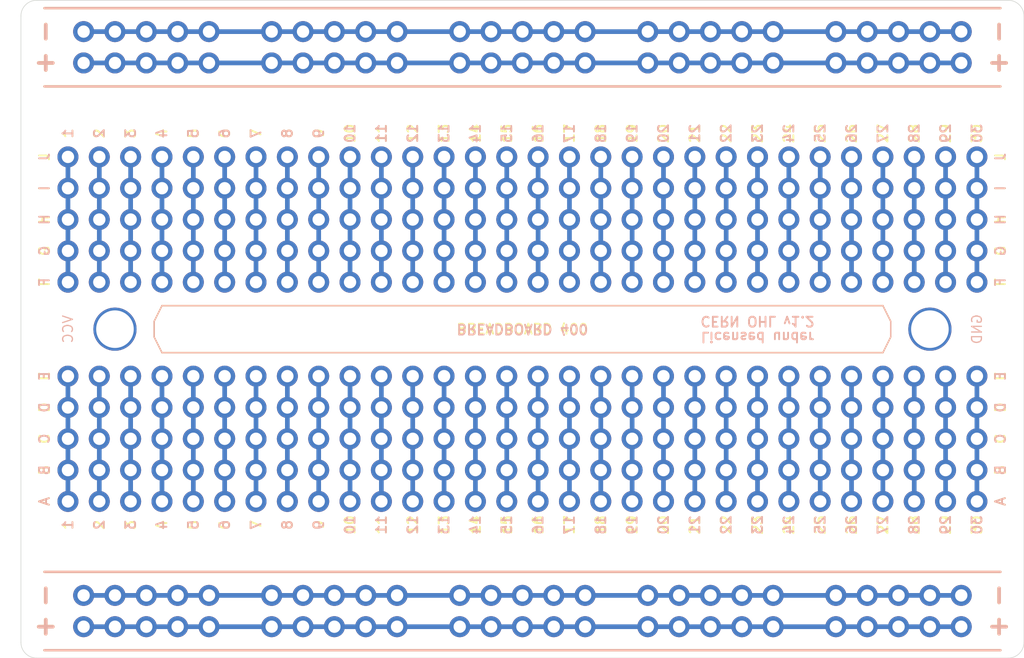
<source format=kicad_pcb>
(kicad_pcb (version 20241229) (generator "pcbnew") (generator_version "9.0")
  (layers (0 "F.Cu" signal) (2 "B.Cu" signal) (13 "F.Paste" user) (15 "B.Paste" user) (5 "F.SilkS" user) (7 "B.SilkS" user) (1 "F.Mask" user) (3 "B.Mask" user) (25 "Edge.Cuts" user))
  (net 0 "")
  (net 1 "/GND1")
  (net 2 "/VCC1")
  (net 3 "/GND2")
  (net 4 "/VCC2")
  (net 5 "Net-(A21-Pad2)")
  (net 6 "Net-(A21-Pad1)")
  (net 7 "Net-(A22-Pad1)")
  (net 8 "Net-(A22-Pad2)")
  (net 9 "Net-(A23-Pad2)")
  (net 10 "Net-(A23-Pad1)")
  (net 11 "Net-(A24-Pad1)")
  (net 12 "Net-(A24-Pad2)")
  (net 13 "Net-(A25-Pad2)")
  (net 14 "Net-(A25-Pad1)")
  (net 15 "Net-(A26-Pad1)")
  (net 16 "Net-(A26-Pad2)")
  (net 17 "Net-(A27-Pad1)")
  (net 18 "Net-(A27-Pad2)")
  (net 19 "Net-(A28-Pad2)")
  (net 20 "Net-(A28-Pad1)")
  (net 21 "Net-(A29-Pad1)")
  (net 22 "Net-(A29-Pad2)")
  (net 23 "Net-(A30-Pad2)")
  (net 24 "Net-(A30-Pad1)")
  (net 25 "Net-(A31-Pad1)")
  (net 26 "Net-(A31-Pad2)")
  (net 27 "Net-(A32-Pad2)")
  (net 28 "Net-(A32-Pad1)")
  (net 29 "Net-(A33-Pad1)")
  (net 30 "Net-(A33-Pad2)")
  (net 31 "Net-(A6-Pad2)")
  (net 32 "Net-(A6-Pad1)")
  (net 33 "Net-(A7-Pad1)")
  (net 34 "Net-(A7-Pad2)")
  (net 35 "Net-(A8-Pad2)")
  (net 36 "Net-(A8-Pad1)")
  (net 37 "Net-(A9-Pad1)")
  (net 38 "Net-(A9-Pad2)")
  (net 39 "Net-(A10-Pad1)")
  (net 40 "Net-(A10-Pad2)")
  (net 41 "Net-(A16-Pad2)")
  (net 42 "Net-(A16-Pad1)")
  (net 43 "Net-(A17-Pad1)")
  (net 44 "Net-(A17-Pad2)")
  (net 45 "Net-(A18-Pad2)")
  (net 46 "Net-(A18-Pad1)")
  (net 47 "Net-(A19-Pad1)")
  (net 48 "Net-(A19-Pad2)")
  (net 49 "Net-(A20-Pad2)")
  (net 50 "Net-(A20-Pad1)")
  (net 51 "Net-(A34-Pad1)")
  (net 52 "Net-(A34-Pad2)")
  (net 53 "Net-(A35-Pad2)")
  (net 54 "Net-(A35-Pad1)")
  (net 55 "Net-(A36-Pad1)")
  (net 56 "Net-(A36-Pad2)")
  (net 57 "Net-(A37-Pad1)")
  (net 58 "Net-(A37-Pad2)")
  (net 59 "Net-(A38-Pad2)")
  (net 60 "Net-(A38-Pad1)")
  (net 61 "Net-(A39-Pad1)")
  (net 62 "Net-(A39-Pad2)")
  (net 63 "Net-(A40-Pad2)")
  (net 64 "Net-(A40-Pad1)")
  (footprint "breadboard:power" (layer "F.Cu") (at 118.11 73.66)
    (property "Reference" "A1" (hide yes))
    (property "Value" "PWR")
  )
  (footprint "breadboard:power" (layer "F.Cu") (at 148.59 73.66)
    (property "Reference" "A2" (hide yes))
    (property "Value" "PWR")
  )
  (footprint "breadboard:power" (layer "F.Cu") (at 102.87 73.66)
    (property "Reference" "A3" (hide yes))
    (property "Value" "PWR")
  )
  (footprint "breadboard:power" (layer "F.Cu") (at 133.35 73.66)
    (property "Reference" "A4" (hide yes))
    (property "Value" "PWR")
  )
  (footprint "breadboard:power" (layer "F.Cu") (at 87.63 73.66)
    (property "Reference" "A5" (hide yes))
    (property "Value" "PWR")
  )
  (footprint "breadboard:power" (layer "F.Cu") (at 148.59 119.38)
    (property "Reference" "A11" (hide yes))
    (property "Value" "PWR")
  )
  (footprint "breadboard:power" (layer "F.Cu") (at 87.63 119.38)
    (property "Reference" "A12" (hide yes))
    (property "Value" "PWR")
  )
  (footprint "breadboard:power" (layer "F.Cu") (at 102.87 119.38)
    (property "Reference" "A13" (hide yes))
    (property "Value" "PWR")
  )
  (footprint "breadboard:power" (layer "F.Cu") (at 133.35 119.38)
    (property "Reference" "A14" (hide yes))
    (property "Value" "PWR")
  )
  (footprint "breadboard:power" (layer "F.Cu") (at 118.11 119.38)
    (property "Reference" "A15" (hide yes))
    (property "Value" "PWR")
  )
  (footprint "breadboard:section" (layer "F.Cu") (at 88.9 109.22)
    (property "Reference" "A21" (hide yes))
    (property "Value" "BB")
  )
  (footprint "breadboard:section" (layer "F.Cu") (at 116.84 109.22)
    (property "Reference" "A22" (hide yes))
    (property "Value" "BB")
  )
  (footprint "breadboard:section" (layer "F.Cu") (at 119.38 109.22)
    (property "Reference" "A23" (hide yes))
    (property "Value" "BB")
  )
  (footprint "breadboard:section" (layer "F.Cu") (at 86.36 109.22)
    (property "Reference" "A24" (hide yes))
    (property "Value" "BB")
  )
  (footprint "breadboard:section" (layer "F.Cu") (at 111.76 109.22)
    (property "Reference" "A25" (hide yes))
    (property "Value" "BB")
  )
  (footprint "breadboard:section" (layer "F.Cu") (at 109.22 109.22)
    (property "Reference" "A26" (hide yes))
    (property "Value" "BB")
  )
  (footprint "breadboard:section" (layer "F.Cu") (at 106.68 109.22)
    (property "Reference" "A27" (hide yes))
    (property "Value" "BB")
  )
  (footprint "breadboard:section" (layer "F.Cu") (at 104.14 109.22)
    (property "Reference" "A28" (hide yes))
    (property "Value" "BB")
  )
  (footprint "breadboard:section" (layer "F.Cu") (at 101.6 109.22)
    (property "Reference" "A29" (hide yes))
    (property "Value" "BB")
  )
  (footprint "breadboard:section" (layer "F.Cu") (at 99.06 109.22)
    (property "Reference" "A30" (hide yes))
    (property "Value" "BB")
  )
  (footprint "breadboard:section" (layer "F.Cu") (at 96.52 109.22)
    (property "Reference" "A31" (hide yes))
    (property "Value" "BB")
  )
  (footprint "breadboard:section" (layer "F.Cu") (at 93.98 109.22)
    (property "Reference" "A32" (hide yes))
    (property "Value" "BB")
  )
  (footprint "breadboard:section" (layer "F.Cu") (at 91.44 109.22)
    (property "Reference" "A33" (hide yes))
    (property "Value" "BB")
  )
  (footprint "mounting:M3" (layer "F.Cu") (at 156.21 95.25)
    (property "Reference" "H1" (hide yes))
    (property "Value" "MountingHole" (hide yes))
  )
  (footprint "mounting:M3" (layer "F.Cu") (at 90.17 95.25)
    (property "Reference" "H2" (hide yes))
    (property "Value" "MountingHole" (hide yes))
  )
  (footprint "breadboard:section" (layer "F.Cu") (at 149.86 109.22)
    (property "Reference" "A6" (hide yes))
    (property "Value" "BB")
  )
  (footprint "breadboard:section" (layer "F.Cu") (at 147.32 109.22)
    (property "Reference" "A7" (hide yes))
    (property "Value" "BB")
  )
  (footprint "breadboard:section" (layer "F.Cu") (at 144.78 109.22)
    (property "Reference" "A8" (hide yes))
    (property "Value" "BB")
  )
  (footprint "breadboard:section" (layer "F.Cu") (at 142.24 109.22)
    (property "Reference" "A9" (hide yes))
    (property "Value" "BB")
  )
  (footprint "breadboard:section" (layer "F.Cu") (at 139.7 109.22)
    (property "Reference" "A10" (hide yes))
    (property "Value" "BB")
  )
  (footprint "breadboard:section" (layer "F.Cu") (at 134.62 109.22)
    (property "Reference" "A17" (hide yes))
    (property "Value" "BB")
  )
  (footprint "breadboard:section" (layer "F.Cu") (at 132.08 109.22)
    (property "Reference" "A18" (hide yes))
    (property "Value" "BB")
  )
  (footprint "breadboard:section" (layer "F.Cu") (at 129.54 109.22)
    (property "Reference" "A19" (hide yes))
    (property "Value" "BB")
  )
  (footprint "breadboard:section" (layer "F.Cu") (at 127 109.22)
    (property "Reference" "A20" (hide yes))
    (property "Value" "BB")
  )
  (footprint "breadboard:section" (layer "F.Cu") (at 124.46 109.22)
    (property "Reference" "A34" (hide yes))
    (property "Value" "BB")
  )
  (footprint "breadboard:section" (layer "F.Cu") (at 121.92 109.22)
    (property "Reference" "A35" (hide yes))
    (property "Value" "BB")
  )
  (footprint "breadboard:section" (layer "F.Cu") (at 114.3 109.22)
    (property "Reference" "A36" (hide yes))
    (property "Value" "BB")
  )
  (footprint "breadboard:section" (layer "F.Cu") (at 137.16 109.22)
    (property "Reference" "A16" (hide yes))
    (property "Value" "BB")
  )
  (footprint "breadboard:section" (layer "F.Cu") (at 152.4 109.22)
    (property "Reference" "A37" (hide yes))
    (property "Value" "BB")
  )
  (footprint "breadboard:section" (layer "F.Cu") (at 154.94 109.22)
    (property "Reference" "A38" (hide yes))
    (property "Value" "BB")
  )
  (footprint "breadboard:section" (layer "F.Cu") (at 157.48 109.22)
    (property "Reference" "A39" (hide yes))
    (property "Value" "BB")
  )
  (footprint "breadboard:section" (layer "F.Cu") (at 160.02 109.22)
    (property "Reference" "A40" (hide yes))
    (property "Value" "BB")
  )
  (gr_line (start 84.455 69.215) (end 161.925 69.215) (stroke (width 0.2)) (layer "F.SilkS"))
  (gr_line (start 152.4 97.155) (end 93.98 97.155) (stroke (width 0.12)) (layer "F.SilkS"))
  (gr_line (start 84.455 75.565) (end 161.925 75.565) (stroke (width 0.2)) (layer "F.SilkS"))
  (gr_line (start 84.455 114.935) (end 161.925 114.935) (stroke (width 0.2)) (layer "F.SilkS"))
  (gr_line (start 153.035 94.615) (end 152.4 93.345) (stroke (width 0.12)) (layer "F.SilkS"))
  (gr_line (start 93.98 93.345) (end 93.345 94.615) (stroke (width 0.12)) (layer "F.SilkS"))
  (gr_line (start 93.345 94.615) (end 93.345 95.885) (stroke (width 0.12)) (layer "F.SilkS"))
  (gr_line (start 153.035 94.615) (end 153.035 95.885) (stroke (width 0.12)) (layer "F.SilkS"))
  (gr_line (start 153.035 95.885) (end 152.4 97.155) (stroke (width 0.12)) (layer "F.SilkS"))
  (gr_line (start 84.455 121.285) (end 161.925 121.285) (stroke (width 0.2)) (layer "F.SilkS"))
  (gr_line (start 93.345 95.885) (end 93.98 97.155) (stroke (width 0.12)) (layer "F.SilkS"))
  (gr_line (start 152.4 93.345) (end 93.98 93.345) (stroke (width 0.12)) (layer "F.SilkS"))
  (gr_line (start 152.4 93.345) (end 93.98 93.345) (stroke (width 0.12)) (layer "B.SilkS"))
  (gr_line (start 153.035 94.615) (end 152.4 93.345) (stroke (width 0.12)) (layer "B.SilkS"))
  (gr_line (start 153.035 95.885) (end 152.4 97.155) (stroke (width 0.12)) (layer "B.SilkS"))
  (gr_line (start 153.035 95.885) (end 153.035 94.615) (stroke (width 0.12)) (layer "B.SilkS"))
  (gr_line (start 152.4 97.155) (end 93.98 97.155) (stroke (width 0.12)) (layer "B.SilkS"))
  (gr_line (start 93.98 97.155) (end 93.345 95.885) (stroke (width 0.12)) (layer "B.SilkS"))
  (gr_line (start 93.345 94.615) (end 93.98 93.345) (stroke (width 0.12)) (layer "B.SilkS"))
  (gr_line (start 93.345 95.885) (end 93.345 94.615) (stroke (width 0.12)) (layer "B.SilkS"))
  (gr_line (start 84.455 69.215) (end 161.925 69.215) (stroke (width 0.2)) (layer "B.SilkS"))
  (gr_line (start 84.455 114.935) (end 161.925 114.935) (stroke (width 0.2)) (layer "B.SilkS"))
  (gr_line (start 84.455 75.565) (end 161.925 75.565) (stroke (width 0.2)) (layer "B.SilkS"))
  (gr_line (start 84.455 121.285) (end 161.925 121.285) (stroke (width 0.2)) (layer "B.SilkS"))
  (gr_line (start 162.56 68.58) (end 83.82 68.58) (stroke (width 0.05)) (layer "Edge.Cuts"))
  (gr_line (start 82.55 69.85) (end 82.55 120.65) (stroke (width 0.05)) (layer "Edge.Cuts"))
  (gr_line (start 163.83 120.65) (end 163.83 69.85) (stroke (width 0.05)) (layer "Edge.Cuts"))
  (gr_arc (start 83.82 121.92) (mid 82.921974 121.548026) (end 82.55 120.65) (stroke (width 0.05)) (layer "Edge.Cuts"))
  (gr_line (start 162.56 121.92) (end 83.82 121.92) (stroke (width 0.05)) (layer "Edge.Cuts"))
  (gr_arc (start 82.55 69.85) (mid 82.921974 68.951974) (end 83.82 68.58) (stroke (width 0.05)) (layer "Edge.Cuts"))
  (gr_arc (start 162.56 68.58) (mid 163.458026 68.951974) (end 163.83 69.85) (stroke (width 0.05)) (layer "Edge.Cuts"))
  (gr_arc (start 163.83 120.65) (mid 163.458026 121.548026) (end 162.56 121.92) (stroke (width 0.05)) (layer "Edge.Cuts"))
  (gr_text "10" (at 109.22 79.375 90) (layer "F.SilkS") (effects (font (size 0.8 0.8))))
  (gr_text "30" (at 160.02 79.375 90) (layer "F.SilkS") (effects (font (size 0.8 0.8))))
  (gr_text "29" (at 157.48 79.375 90) (layer "F.SilkS") (effects (font (size 0.8 0.8))))
  (gr_text "28" (at 154.94 79.375 90) (layer "F.SilkS") (effects (font (size 0.8 0.8))))
  (gr_text "23" (at 142.24 79.375 90) (layer "F.SilkS") (effects (font (size 0.8 0.8))))
  (gr_text "22" (at 139.7 79.375 90) (layer "F.SilkS") (effects (font (size 0.8 0.8))))
  (gr_text "24" (at 144.78 79.375 90) (layer "F.SilkS") (effects (font (size 0.8 0.8))))
  (gr_text "26" (at 149.86 79.375 90) (layer "F.SilkS") (effects (font (size 0.8 0.8))))
  (gr_text "27" (at 152.4 79.375 90) (layer "F.SilkS") (effects (font (size 0.8 0.8))))
  (gr_text "25" (at 147.32 79.375 90) (layer "F.SilkS") (effects (font (size 0.8 0.8))))
  (gr_text "21" (at 137.16 79.375 90) (layer "F.SilkS") (effects (font (size 0.8 0.8))))
  (gr_text "18" (at 129.54 111.125 90) (layer "F.SilkS") (effects (font (size 0.8 0.8))))
  (gr_text "22" (at 139.7 111.125 90) (layer "F.SilkS") (effects (font (size 0.8 0.8))))
  (gr_text "19" (at 132.08 111.125 90) (layer "F.SilkS") (effects (font (size 0.8 0.8))))
  (gr_text "13" (at 116.84 111.125 90) (layer "F.SilkS") (effects (font (size 0.8 0.8))))
  (gr_text "10" (at 109.22 111.125 90) (layer "F.SilkS") (effects (font (size 0.8 0.8))))
  (gr_text "25" (at 147.32 111.125 90) (layer "F.SilkS") (effects (font (size 0.8 0.8))))
  (gr_text "17" (at 127 111.125 90) (layer "F.SilkS") (effects (font (size 0.8 0.8))))
  (gr_text "21" (at 137.16 111.125 90) (layer "F.SilkS") (effects (font (size 0.8 0.8))))
  (gr_text "20" (at 134.62 111.125 90) (layer "F.SilkS") (effects (font (size 0.8 0.8))))
  (gr_text "24" (at 144.78 111.125 90) (layer "F.SilkS") (effects (font (size 0.8 0.8))))
  (gr_text "12" (at 114.3 111.125 90) (layer "F.SilkS") (effects (font (size 0.8 0.8))))
  (gr_text "15" (at 121.92 111.125 90) (layer "F.SilkS") (effects (font (size 0.8 0.8))))
  (gr_text "28" (at 154.94 111.125 90) (layer "F.SilkS") (effects (font (size 0.8 0.8))))
  (gr_text "14" (at 119.38 111.125 90) (layer "F.SilkS") (effects (font (size 0.8 0.8))))
  (gr_text "27" (at 152.4 111.125 90) (layer "F.SilkS") (effects (font (size 0.8 0.8))))
  (gr_text "16" (at 124.46 111.125 90) (layer "F.SilkS") (effects (font (size 0.8 0.8))))
  (gr_text "30" (at 160.02 111.125 90) (layer "F.SilkS") (effects (font (size 0.8 0.8))))
  (gr_text "26" (at 149.86 111.125 90) (layer "F.SilkS") (effects (font (size 0.8 0.8))))
  (gr_text "23" (at 142.24 111.125 90) (layer "F.SilkS") (effects (font (size 0.8 0.8))))
  (gr_text "11" (at 111.76 111.125 90) (layer "F.SilkS") (effects (font (size 0.8 0.8))))
  (gr_text "29" (at 157.48 111.125 90) (layer "F.SilkS") (effects (font (size 0.8 0.8))))
  (gr_text "3" (at 91.44 111.125 90) (layer "F.SilkS") (effects (font (size 0.8 0.8))))
  (gr_text "2" (at 88.9 111.125 90) (layer "F.SilkS") (effects (font (size 0.8 0.8))))
  (gr_text "4" (at 93.98 111.125 90) (layer "F.SilkS") (effects (font (size 0.8 0.8))))
  (gr_text "6" (at 99.06 111.125 90) (layer "F.SilkS") (effects (font (size 0.8 0.8))))
  (gr_text "7" (at 101.6 111.125 90) (layer "F.SilkS") (effects (font (size 0.8 0.8))))
  (gr_text "5" (at 96.52 111.125 90) (layer "F.SilkS") (effects (font (size 0.8 0.8))))
  (gr_text "1" (at 86.36 111.125 90) (layer "F.SilkS") (effects (font (size 0.8 0.8))))
  (gr_text "A" (at 84.455 109.22 90) (layer "F.SilkS") (effects (font (size 0.8 0.8))))
  (gr_text "J" (at 84.455 81.28 90) (layer "F.SilkS") (effects (font (size 0.8 0.8))))
  (gr_text "+" (at 84.455 119.38 90) (layer "F.SilkS") (effects (font (size 1.5 1.5) (thickness 0.3))))
  (gr_text "-" (at 84.455 116.84 90) (layer "F.SilkS") (effects (font (size 1.5 1.5) (thickness 0.3))))
  (gr_text "-" (at 84.455 71.12 90) (layer "F.SilkS") (effects (font (size 1.5 1.5) (thickness 0.3))))
  (gr_text "+" (at 84.455 73.66 90) (layer "F.SilkS") (effects (font (size 1.5 1.5) (thickness 0.3))))
  (gr_text "+" (at 161.925 119.38 270) (layer "F.SilkS") (effects (font (size 1.5 1.5) (thickness 0.3))))
  (gr_text "-" (at 161.925 71.12 270) (layer "F.SilkS") (effects (font (size 1.5 1.5) (thickness 0.3))))
  (gr_text "8" (at 104.14 111.125 90) (layer "F.SilkS") (effects (font (size 0.8 0.8))))
  (gr_text "9" (at 106.68 111.125 90) (layer "F.SilkS") (effects (font (size 0.8 0.8))))
  (gr_text "C" (at 161.925 104.14 90) (layer "F.SilkS") (effects (font (size 0.8 0.8))))
  (gr_text "A" (at 161.925 109.22 90) (layer "F.SilkS") (effects (font (size 0.8 0.8))))
  (gr_text "D" (at 161.925 101.6 90) (layer "F.SilkS") (effects (font (size 0.8 0.8))))
  (gr_text "B" (at 161.925 106.68 90) (layer "F.SilkS") (effects (font (size 0.8 0.8))))
  (gr_text "I" (at 161.925 83.82 90) (layer "F.SilkS") (effects (font (size 0.8 0.8))))
  (gr_text "J" (at 161.925 81.28 90) (layer "F.SilkS") (effects (font (size 0.8 0.8))))
  (gr_text "F" (at 161.925 91.44 90) (layer "F.SilkS") (effects (font (size 0.8 0.8))))
  (gr_text "E" (at 161.925 99.06 90) (layer "F.SilkS") (effects (font (size 0.8 0.8))))
  (gr_text "h" (at 161.925 86.36 90) (layer "F.SilkS") (effects (font (size 0.8 0.8))))
  (gr_text "G" (at 161.925 88.9 90) (layer "F.SilkS") (effects (font (size 0.8 0.8))))
  (gr_text "9" (at 106.68 79.375 90) (layer "F.SilkS") (effects (font (size 0.8 0.8))))
  (gr_text "3" (at 91.44 79.375 90) (layer "F.SilkS") (effects (font (size 0.8 0.8))))
  (gr_text "13" (at 116.84 79.375 90) (layer "F.SilkS") (effects (font (size 0.8 0.8))))
  (gr_text "8" (at 104.14 79.375 90) (layer "F.SilkS") (effects (font (size 0.8 0.8))))
  (gr_text "F" (at 84.455 91.44 90) (layer "F.SilkS") (effects (font (size 0.8 0.8))))
  (gr_text "20" (at 134.62 79.375 90) (layer "F.SilkS") (effects (font (size 0.8 0.8))))
  (gr_text "-" (at 161.925 116.84 270) (layer "F.SilkS") (effects (font (size 1.5 1.5) (thickness 0.3))))
  (gr_text "11" (at 111.76 79.375 90) (layer "F.SilkS") (effects (font (size 0.8 0.8))))
  (gr_text "h" (at 84.455 86.36 90) (layer "F.SilkS") (effects (font (size 0.8 0.8))))
  (gr_text "18" (at 129.54 79.375 90) (layer "F.SilkS") (effects (font (size 0.8 0.8))))
  (gr_text "C" (at 84.455 104.14 90) (layer "F.SilkS") (effects (font (size 0.8 0.8))))
  (gr_text "16" (at 124.46 79.375 90) (layer "F.SilkS") (effects (font (size 0.8 0.8))))
  (gr_text "17" (at 127 79.375 90) (layer "F.SilkS") (effects (font (size 0.8 0.8))))
  (gr_text "I" (at 84.455 83.82 90) (layer "F.SilkS") (effects (font (size 0.8 0.8))))
  (gr_text "12" (at 114.3 79.375 90) (layer "F.SilkS") (effects (font (size 0.8 0.8))))
  (gr_text "6" (at 99.06 79.375 90) (layer "F.SilkS") (effects (font (size 0.8 0.8))))
  (gr_text "5" (at 96.52 79.375 90) (layer "F.SilkS") (effects (font (size 0.8 0.8))))
  (gr_text "14" (at 119.38 79.375 90) (layer "F.SilkS") (effects (font (size 0.8 0.8))))
  (gr_text "2" (at 88.9 79.375 90) (layer "F.SilkS") (effects (font (size 0.8 0.8))))
  (gr_text "4" (at 93.98 79.375 90) (layer "F.SilkS") (effects (font (size 0.8 0.8))))
  (gr_text "15" (at 121.92 79.375 90) (layer "F.SilkS") (effects (font (size 0.8 0.8))))
  (gr_text "19" (at 132.08 79.375 90) (layer "F.SilkS") (effects (font (size 0.8 0.8))))
  (gr_text "B" (at 84.455 106.68 90) (layer "F.SilkS") (effects (font (size 0.8 0.8))))
  (gr_text "BREADBOARD 400" (at 123.19 95.25 0) (layer "F.SilkS") (effects (font (size 0.8 0.8))))
  (gr_text "7" (at 101.6 79.375 90) (layer "F.SilkS") (effects (font (size 0.8 0.8))))
  (gr_text "E" (at 84.455 99.06 90) (layer "F.SilkS") (effects (font (size 0.8 0.8))))
  (gr_text "+" (at 161.925 73.66 270) (layer "F.SilkS") (effects (font (size 1.5 1.5) (thickness 0.3))))
  (gr_text "G" (at 84.455 88.9 90) (layer "F.SilkS") (effects (font (size 0.8 0.8))))
  (gr_text "1" (at 86.36 79.375 90) (layer "F.SilkS") (effects (font (size 0.8 0.8))))
  (gr_text "D" (at 84.455 101.6 90) (layer "F.SilkS") (effects (font (size 0.8 0.8))))
  (gr_text "9" (at 106.68 111.125 90) (layer "B.SilkS") (effects (font (size 0.8 0.8)) (justify mirror)))
  (gr_text "8" (at 104.14 111.125 90) (layer "B.SilkS") (effects (font (size 0.8 0.8)) (justify mirror)))
  (gr_text "+" (at 84.455 73.66 90) (layer "B.SilkS") (effects (font (size 1.5 1.5) (thickness 0.3)) (justify mirror)))
  (gr_text "-" (at 84.455 71.12 90) (layer "B.SilkS") (effects (font (size 1.5 1.5) (thickness 0.3)) (justify mirror)))
  (gr_text "-" (at 161.925 71.12 270) (layer "B.SilkS") (effects (font (size 1.5 1.5) (thickness 0.3)) (justify mirror)))
  (gr_text "+" (at 161.925 73.66 270) (layer "B.SilkS") (effects (font (size 1.5 1.5) (thickness 0.3)) (justify mirror)))
  (gr_text "-" (at 161.925 116.84 270) (layer "B.SilkS") (effects (font (size 1.5 1.5) (thickness 0.3)) (justify mirror)))
  (gr_text "+" (at 161.925 119.38 270) (layer "B.SilkS") (effects (font (size 1.5 1.5) (thickness 0.3)) (justify mirror)))
  (gr_text "-" (at 84.455 116.84 90) (layer "B.SilkS") (effects (font (size 1.5 1.5) (thickness 0.3)) (justify mirror)))
  (gr_text "+" (at 84.455 119.38 90) (layer "B.SilkS") (effects (font (size 1.5 1.5) (thickness 0.3)) (justify mirror)))
  (gr_text "1" (at 86.36 79.375 90) (layer "B.SilkS") (effects (font (size 0.8 0.8)) (justify mirror)))
  (gr_text "5" (at 96.52 79.375 90) (layer "B.SilkS") (effects (font (size 0.8 0.8)) (justify mirror)))
  (gr_text "10" (at 109.22 79.375 90) (layer "B.SilkS") (effects (font (size 0.8 0.8)) (justify mirror)))
  (gr_text "15" (at 121.92 79.375 90) (layer "B.SilkS") (effects (font (size 0.8 0.8)) (justify mirror)))
  (gr_text "20" (at 134.62 79.375 90) (layer "B.SilkS") (effects (font (size 0.8 0.8)) (justify mirror)))
  (gr_text "25" (at 147.32 79.375 90) (layer "B.SilkS") (effects (font (size 0.8 0.8)) (justify mirror)))
  (gr_text "30" (at 160.02 79.375 90) (layer "B.SilkS") (effects (font (size 0.8 0.8)) (justify mirror)))
  (gr_text "30" (at 160.02 111.125 90) (layer "B.SilkS") (effects (font (size 0.8 0.8)) (justify mirror)))
  (gr_text "25" (at 147.32 111.125 90) (layer "B.SilkS") (effects (font (size 0.8 0.8)) (justify mirror)))
  (gr_text "20" (at 134.62 111.125 90) (layer "B.SilkS") (effects (font (size 0.8 0.8)) (justify mirror)))
  (gr_text "15" (at 121.92 111.125 90) (layer "B.SilkS") (effects (font (size 0.8 0.8)) (justify mirror)))
  (gr_text "10" (at 109.22 111.125 90) (layer "B.SilkS") (effects (font (size 0.8 0.8)) (justify mirror)))
  (gr_text "5" (at 96.52 111.125 90) (layer "B.SilkS") (effects (font (size 0.8 0.8)) (justify mirror)))
  (gr_text "1" (at 86.36 111.125 90) (layer "B.SilkS") (effects (font (size 0.8 0.8)) (justify mirror)))
  (gr_text "2" (at 88.9 111.125 90) (layer "B.SilkS") (effects (font (size 0.8 0.8)) (justify mirror)))
  (gr_text "3" (at 91.44 111.125 90) (layer "B.SilkS") (effects (font (size 0.8 0.8)) (justify mirror)))
  (gr_text "4" (at 93.98 111.125 90) (layer "B.SilkS") (effects (font (size 0.8 0.8)) (justify mirror)))
  (gr_text "6" (at 99.06 111.125 90) (layer "B.SilkS") (effects (font (size 0.8 0.8)) (justify mirror)))
  (gr_text "7" (at 101.6 111.125 90) (layer "B.SilkS") (effects (font (size 0.8 0.8)) (justify mirror)))
  (gr_text "11" (at 111.76 111.125 90) (layer "B.SilkS") (effects (font (size 0.8 0.8)) (justify mirror)))
  (gr_text "12" (at 114.3 111.125 90) (layer "B.SilkS") (effects (font (size 0.8 0.8)) (justify mirror)))
  (gr_text "13" (at 116.84 111.125 90) (layer "B.SilkS") (effects (font (size 0.8 0.8)) (justify mirror)))
  (gr_text "14" (at 119.38 111.125 90) (layer "B.SilkS") (effects (font (size 0.8 0.8)) (justify mirror)))
  (gr_text "16" (at 124.46 111.125 90) (layer "B.SilkS") (effects (font (size 0.8 0.8)) (justify mirror)))
  (gr_text "17" (at 127 111.125 90) (layer "B.SilkS") (effects (font (size 0.8 0.8)) (justify mirror)))
  (gr_text "18" (at 129.54 111.125 90) (layer "B.SilkS") (effects (font (size 0.8 0.8)) (justify mirror)))
  (gr_text "19" (at 132.08 111.125 90) (layer "B.SilkS") (effects (font (size 0.8 0.8)) (justify mirror)))
  (gr_text "21" (at 137.16 111.125 90) (layer "B.SilkS") (effects (font (size 0.8 0.8)) (justify mirror)))
  (gr_text "22" (at 139.7 111.125 90) (layer "B.SilkS") (effects (font (size 0.8 0.8)) (justify mirror)))
  (gr_text "23" (at 142.24 111.125 90) (layer "B.SilkS") (effects (font (size 0.8 0.8)) (justify mirror)))
  (gr_text "24" (at 144.78 111.125 90) (layer "B.SilkS") (effects (font (size 0.8 0.8)) (justify mirror)))
  (gr_text "26" (at 149.86 111.125 90) (layer "B.SilkS") (effects (font (size 0.8 0.8)) (justify mirror)))
  (gr_text "27" (at 152.4 111.125 90) (layer "B.SilkS") (effects (font (size 0.8 0.8)) (justify mirror)))
  (gr_text "28" (at 154.94 111.125 90) (layer "B.SilkS") (effects (font (size 0.8 0.8)) (justify mirror)))
  (gr_text "29" (at 157.48 111.125 90) (layer "B.SilkS") (effects (font (size 0.8 0.8)) (justify mirror)))
  (gr_text "3" (at 91.44 79.375 90) (layer "B.SilkS") (effects (font (size 0.8 0.8)) (justify mirror)))
  (gr_text "2" (at 88.9 79.375 90) (layer "B.SilkS") (effects (font (size 0.8 0.8)) (justify mirror)))
  (gr_text "4" (at 93.98 79.375 90) (layer "B.SilkS") (effects (font (size 0.8 0.8)) (justify mirror)))
  (gr_text "8" (at 104.14 79.375 90) (layer "B.SilkS") (effects (font (size 0.8 0.8)) (justify mirror)))
  (gr_text "9" (at 106.68 79.375 90) (layer "B.SilkS") (effects (font (size 0.8 0.8)) (justify mirror)))
  (gr_text "6" (at 99.06 79.375 90) (layer "B.SilkS") (effects (font (size 0.8 0.8)) (justify mirror)))
  (gr_text "7" (at 101.6 79.375 90) (layer "B.SilkS") (effects (font (size 0.8 0.8)) (justify mirror)))
  (gr_text "11" (at 111.76 79.375 90) (layer "B.SilkS") (effects (font (size 0.8 0.8)) (justify mirror)))
  (gr_text "13" (at 116.84 79.375 90) (layer "B.SilkS") (effects (font (size 0.8 0.8)) (justify mirror)))
  (gr_text "14" (at 119.38 79.375 90) (layer "B.SilkS") (effects (font (size 0.8 0.8)) (justify mirror)))
  (gr_text "12" (at 114.3 79.375 90) (layer "B.SilkS") (effects (font (size 0.8 0.8)) (justify mirror)))
  (gr_text "16" (at 124.46 79.375 90) (layer "B.SilkS") (effects (font (size 0.8 0.8)) (justify mirror)))
  (gr_text "19" (at 132.08 79.375 90) (layer "B.SilkS") (effects (font (size 0.8 0.8)) (justify mirror)))
  (gr_text "17" (at 127 79.375 90) (layer "B.SilkS") (effects (font (size 0.8 0.8)) (justify mirror)))
  (gr_text "18" (at 129.54 79.375 90) (layer "B.SilkS") (effects (font (size 0.8 0.8)) (justify mirror)))
  (gr_text "23" (at 142.24 79.375 90) (layer "B.SilkS") (effects (font (size 0.8 0.8)) (justify mirror)))
  (gr_text "21" (at 137.16 79.375 90) (layer "B.SilkS") (effects (font (size 0.8 0.8)) (justify mirror)))
  (gr_text "24" (at 144.78 79.375 90) (layer "B.SilkS") (effects (font (size 0.8 0.8)) (justify mirror)))
  (gr_text "22" (at 139.7 79.375 90) (layer "B.SilkS") (effects (font (size 0.8 0.8)) (justify mirror)))
  (gr_text "28" (at 154.94 79.375 90) (layer "B.SilkS") (effects (font (size 0.8 0.8)) (justify mirror)))
  (gr_text "29" (at 157.48 79.375 90) (layer "B.SilkS") (effects (font (size 0.8 0.8)) (justify mirror)))
  (gr_text "27" (at 152.4 79.375 90) (layer "B.SilkS") (effects (font (size 0.8 0.8)) (justify mirror)))
  (gr_text "26" (at 149.86 79.375 90) (layer "B.SilkS") (effects (font (size 0.8 0.8)) (justify mirror)))
  (gr_text "C" (at 84.455 104.14 90) (layer "B.SilkS") (effects (font (size 0.8 0.8)) (justify mirror)))
  (gr_text "A" (at 84.455 109.22 90) (layer "B.SilkS") (effects (font (size 0.8 0.8)) (justify mirror)))
  (gr_text "D" (at 84.455 101.6 90) (layer "B.SilkS") (effects (font (size 0.8 0.8)) (justify mirror)))
  (gr_text "B" (at 84.455 106.68 90) (layer "B.SilkS") (effects (font (size 0.8 0.8)) (justify mirror)))
  (gr_text "E" (at 84.455 99.06 90) (layer "B.SilkS") (effects (font (size 0.8 0.8)) (justify mirror)))
  (gr_text "I" (at 84.455 83.82 90) (layer "B.SilkS") (effects (font (size 0.8 0.8)) (justify mirror)))
  (gr_text "J" (at 84.455 81.28 90) (layer "B.SilkS") (effects (font (size 0.8 0.8)) (justify mirror)))
  (gr_text "F" (at 84.455 91.44 90) (layer "B.SilkS") (effects (font (size 0.8 0.8)) (justify mirror)))
  (gr_text "H" (at 84.455 86.36 90) (layer "B.SilkS") (effects (font (size 0.8 0.8)) (justify mirror)))
  (gr_text "G" (at 84.455 88.9 90) (layer "B.SilkS") (effects (font (size 0.8 0.8)) (justify mirror)))
  (gr_text "C" (at 161.925 104.14 90) (layer "B.SilkS") (effects (font (size 0.8 0.8)) (justify mirror)))
  (gr_text "D" (at 161.925 101.6 90) (layer "B.SilkS") (effects (font (size 0.8 0.8)) (justify mirror)))
  (gr_text "A" (at 161.925 109.22 90) (layer "B.SilkS") (effects (font (size 0.8 0.8)) (justify mirror)))
  (gr_text "B" (at 161.925 106.68 90) (layer "B.SilkS") (effects (font (size 0.8 0.8)) (justify mirror)))
  (gr_text "E" (at 161.925 99.06 90) (layer "B.SilkS") (effects (font (size 0.8 0.8)) (justify mirror)))
  (gr_text "H" (at 161.925 86.36 90) (layer "B.SilkS") (effects (font (size 0.8 0.8)) (justify mirror)))
  (gr_text "J" (at 161.925 81.28 90) (layer "B.SilkS") (effects (font (size 0.8 0.8)) (justify mirror)))
  (gr_text "G" (at 161.925 88.9 90) (layer "B.SilkS") (effects (font (size 0.8 0.8)) (justify mirror)))
  (gr_text "I" (at 161.925 83.82 90) (layer "B.SilkS") (effects (font (size 0.8 0.8)) (justify mirror)))
  (gr_text "F" (at 161.925 91.44 90) (layer "B.SilkS") (effects (font (size 0.8 0.8)) (justify mirror)))
  (gr_text "VCC" (at 86.36 95.25 90) (layer "B.SilkS") (effects (font (size 0.8 0.8) (thickness 0.1)) (justify mirror)))
  (gr_text "GND" (at 160.02 95.25 90) (layer "B.SilkS") (effects (font (size 0.8 0.8) (thickness 0.1)) (justify mirror)))
  (gr_text "Licensed under\nCERN OHL v1.2" (at 142.24 95.25 180) (layer "B.SilkS") (effects (font (size 0.8 0.8)) (justify mirror)))
  (gr_text "BREADBOARD 400" (at 123.19 95.25 180) (layer "B.SilkS") (effects (font (size 0.8 0.8)) (justify mirror)))
  (segment (start 143.51 71.12) (end 148.59 71.12) (width 0.381) (layer "B.Cu") (net 1))
  (segment (start 153.67 71.12) (end 156.21 71.12) (width 0.381) (layer "B.Cu") (net 1))
  (segment (start 148.59 71.12) (end 151.13 71.12) (width 0.381) (layer "B.Cu") (net 1))
  (segment (start 156.21 71.12) (end 158.75 71.12) (width 0.381) (layer "B.Cu") (net 1))
  (segment (start 151.13 71.12) (end 153.67 71.12) (width 0.381) (layer "B.Cu") (net 1))
  (segment (start 133.35 71.12) (end 135.89 71.12) (width 0.381) (layer "B.Cu") (net 1))
  (segment (start 107.95 71.12) (end 110.49 71.12) (width 0.381) (layer "B.Cu") (net 1))
  (segment (start 125.73 71.12) (end 128.27 71.12) (width 0.381) (layer "B.Cu") (net 1))
  (segment (start 97.79 71.12) (end 102.87 71.12) (width 0.381) (layer "B.Cu") (net 1))
  (segment (start 118.11 71.12) (end 120.65 71.12) (width 0.381) (layer "B.Cu") (net 1))
  (segment (start 120.65 71.12) (end 123.19 71.12) (width 0.381) (layer "B.Cu") (net 1))
  (segment (start 113.03 71.12) (end 118.11 71.12) (width 0.381) (layer "B.Cu") (net 1))
  (segment (start 102.87 71.12) (end 105.41 71.12) (width 0.381) (layer "B.Cu") (net 1))
  (segment (start 128.27 71.12) (end 133.35 71.12) (width 0.381) (layer "B.Cu") (net 1))
  (segment (start 92.71 71.12) (end 95.25 71.12) (width 0.381) (layer "B.Cu") (net 1))
  (segment (start 90.17 71.12) (end 92.71 71.12) (width 0.381) (layer "B.Cu") (net 1))
  (segment (start 110.49 71.12) (end 113.03 71.12) (width 0.381) (layer "B.Cu") (net 1))
  (segment (start 105.41 71.12) (end 107.95 71.12) (width 0.381) (layer "B.Cu") (net 1))
  (segment (start 140.97 71.12) (end 143.51 71.12) (width 0.381) (layer "B.Cu") (net 1))
  (segment (start 135.89 71.12) (end 138.43 71.12) (width 0.381) (layer "B.Cu") (net 1))
  (segment (start 87.63 71.12) (end 90.17 71.12) (width 0.381) (layer "B.Cu") (net 1))
  (segment (start 138.43 71.12) (end 140.97 71.12) (width 0.381) (layer "B.Cu") (net 1))
  (segment (start 95.25 71.12) (end 97.79 71.12) (width 0.381) (layer "B.Cu") (net 1))
  (segment (start 123.19 71.12) (end 125.73 71.12) (width 0.381) (layer "B.Cu") (net 1))
  (segment (start 156.21 73.66) (end 153.67 73.66) (width 0.381) (layer "B.Cu") (net 2))
  (segment (start 151.13 73.66) (end 148.59 73.66) (width 0.381) (layer "B.Cu") (net 2))
  (segment (start 158.75 73.66) (end 156.21 73.66) (width 0.381) (layer "B.Cu") (net 2))
  (segment (start 148.59 73.66) (end 143.51 73.66) (width 0.381) (layer "B.Cu") (net 2))
  (segment (start 153.67 73.66) (end 151.13 73.66) (width 0.381) (layer "B.Cu") (net 2))
  (segment (start 92.71 73.66) (end 90.17 73.66) (width 0.381) (layer "B.Cu") (net 2))
  (segment (start 90.17 73.66) (end 87.63 73.66) (width 0.381) (layer "B.Cu") (net 2))
  (segment (start 95.25 73.66) (end 92.71 73.66) (width 0.381) (layer "B.Cu") (net 2))
  (segment (start 138.43 73.66) (end 135.89 73.66) (width 0.381) (layer "B.Cu") (net 2))
  (segment (start 125.73 73.66) (end 123.19 73.66) (width 0.381) (layer "B.Cu") (net 2))
  (segment (start 102.87 73.66) (end 97.79 73.66) (width 0.381) (layer "B.Cu") (net 2))
  (segment (start 120.65 73.66) (end 118.11 73.66) (width 0.381) (layer "B.Cu") (net 2))
  (segment (start 97.79 73.66) (end 95.25 73.66) (width 0.381) (layer "B.Cu") (net 2))
  (segment (start 118.11 73.66) (end 113.03 73.66) (width 0.381) (layer "B.Cu") (net 2))
  (segment (start 105.41 73.66) (end 102.87 73.66) (width 0.381) (layer "B.Cu") (net 2))
  (segment (start 128.27 73.66) (end 125.73 73.66) (width 0.381) (layer "B.Cu") (net 2))
  (segment (start 133.35 73.66) (end 128.27 73.66) (width 0.381) (layer "B.Cu") (net 2))
  (segment (start 135.89 73.66) (end 133.35 73.66) (width 0.381) (layer "B.Cu") (net 2))
  (segment (start 110.49 73.66) (end 107.95 73.66) (width 0.381) (layer "B.Cu") (net 2))
  (segment (start 107.95 73.66) (end 105.41 73.66) (width 0.381) (layer "B.Cu") (net 2))
  (segment (start 143.51 73.66) (end 140.97 73.66) (width 0.381) (layer "B.Cu") (net 2))
  (segment (start 123.19 73.66) (end 120.65 73.66) (width 0.381) (layer "B.Cu") (net 2))
  (segment (start 140.97 73.66) (end 138.43 73.66) (width 0.381) (layer "B.Cu") (net 2))
  (segment (start 113.03 73.66) (end 110.49 73.66) (width 0.381) (layer "B.Cu") (net 2))
  (segment (start 133.35 116.84) (end 135.89 116.84) (width 0.381) (layer "B.Cu") (net 3))
  (segment (start 135.89 116.84) (end 138.43 116.84) (width 0.381) (layer "B.Cu") (net 3))
  (segment (start 87.63 116.84) (end 90.17 116.84) (width 0.381) (layer "B.Cu") (net 3))
  (segment (start 90.17 116.84) (end 92.71 116.84) (width 0.381) (layer "B.Cu") (net 3))
  (segment (start 151.13 116.84) (end 153.67 116.84) (width 0.381) (layer "B.Cu") (net 3))
  (segment (start 105.41 116.84) (end 107.95 116.84) (width 0.381) (layer "B.Cu") (net 3))
  (segment (start 92.71 116.84) (end 95.25 116.84) (width 0.381) (layer "B.Cu") (net 3))
  (segment (start 153.67 116.84) (end 156.21 116.84) (width 0.381) (layer "B.Cu") (net 3))
  (segment (start 148.59 116.84) (end 151.13 116.84) (width 0.381) (layer "B.Cu") (net 3))
  (segment (start 128.27 116.84) (end 133.35 116.84) (width 0.381) (layer "B.Cu") (net 3))
  (segment (start 156.21 116.84) (end 158.75 116.84) (width 0.381) (layer "B.Cu") (net 3))
  (segment (start 123.19 116.84) (end 125.73 116.84) (width 0.381) (layer "B.Cu") (net 3))
  (segment (start 110.49 116.84) (end 113.03 116.84) (width 0.381) (layer "B.Cu") (net 3))
  (segment (start 118.11 116.84) (end 120.65 116.84) (width 0.381) (layer "B.Cu") (net 3))
  (segment (start 143.51 116.84) (end 148.59 116.84) (width 0.381) (layer "B.Cu") (net 3))
  (segment (start 107.95 116.84) (end 110.49 116.84) (width 0.381) (layer "B.Cu") (net 3))
  (segment (start 125.73 116.84) (end 128.27 116.84) (width 0.381) (layer "B.Cu") (net 3))
  (segment (start 120.65 116.84) (end 123.19 116.84) (width 0.381) (layer "B.Cu") (net 3))
  (segment (start 97.79 116.84) (end 102.87 116.84) (width 0.381) (layer "B.Cu") (net 3))
  (segment (start 140.97 116.84) (end 143.51 116.84) (width 0.381) (layer "B.Cu") (net 3))
  (segment (start 138.43 116.84) (end 140.97 116.84) (width 0.381) (layer "B.Cu") (net 3))
  (segment (start 95.25 116.84) (end 97.79 116.84) (width 0.381) (layer "B.Cu") (net 3))
  (segment (start 102.87 116.84) (end 105.41 116.84) (width 0.381) (layer "B.Cu") (net 3))
  (segment (start 113.03 116.84) (end 118.11 116.84) (width 0.381) (layer "B.Cu") (net 3))
  (segment (start 143.51 119.38) (end 140.97 119.38) (width 0.381) (layer "B.Cu") (net 4))
  (segment (start 135.89 119.38) (end 133.35 119.38) (width 0.381) (layer "B.Cu") (net 4))
  (segment (start 125.73 119.38) (end 123.19 119.38) (width 0.381) (layer "B.Cu") (net 4))
  (segment (start 118.11 119.38) (end 113.03 119.38) (width 0.381) (layer "B.Cu") (net 4))
  (segment (start 123.19 119.38) (end 120.65 119.38) (width 0.381) (layer "B.Cu") (net 4))
  (segment (start 151.13 119.38) (end 148.59 119.38) (width 0.381) (layer "B.Cu") (net 4))
  (segment (start 148.59 119.38) (end 143.51 119.38) (width 0.381) (layer "B.Cu") (net 4))
  (segment (start 140.97 119.38) (end 138.43 119.38) (width 0.381) (layer "B.Cu") (net 4))
  (segment (start 90.17 119.38) (end 87.63 119.38) (width 0.381) (layer "B.Cu") (net 4))
  (segment (start 105.41 119.38) (end 102.87 119.38) (width 0.381) (layer "B.Cu") (net 4))
  (segment (start 156.21 119.38) (end 153.67 119.38) (width 0.381) (layer "B.Cu") (net 4))
  (segment (start 128.27 119.38) (end 125.73 119.38) (width 0.381) (layer "B.Cu") (net 4))
  (segment (start 92.71 119.38) (end 90.17 119.38) (width 0.381) (layer "B.Cu") (net 4))
  (segment (start 110.49 119.38) (end 107.95 119.38) (width 0.381) (layer "B.Cu") (net 4))
  (segment (start 138.43 119.38) (end 135.89 119.38) (width 0.381) (layer "B.Cu") (net 4))
  (segment (start 158.75 119.38) (end 156.21 119.38) (width 0.381) (layer "B.Cu") (net 4))
  (segment (start 107.95 119.38) (end 105.41 119.38) (width 0.381) (layer "B.Cu") (net 4))
  (segment (start 113.03 119.38) (end 110.49 119.38) (width 0.381) (layer "B.Cu") (net 4))
  (segment (start 120.65 119.38) (end 118.11 119.38) (width 0.381) (layer "B.Cu") (net 4))
  (segment (start 153.67 119.38) (end 151.13 119.38) (width 0.381) (layer "B.Cu") (net 4))
  (segment (start 102.87 119.38) (end 97.79 119.38) (width 0.381) (layer "B.Cu") (net 4))
  (segment (start 97.79 119.38) (end 95.25 119.38) (width 0.381) (layer "B.Cu") (net 4))
  (segment (start 95.25 119.38) (end 92.71 119.38) (width 0.381) (layer "B.Cu") (net 4))
  (segment (start 133.35 119.38) (end 128.27 119.38) (width 0.381) (layer "B.Cu") (net 4))
  (segment (start 88.9 83.82) (end 88.9 86.36) (width 0.381) (layer "B.Cu") (net 5))
  (segment (start 88.9 88.9) (end 88.9 86.36) (width 0.381) (layer "B.Cu") (net 5))
  (segment (start 88.9 81.28) (end 88.9 83.82) (width 0.381) (layer "B.Cu") (net 5))
  (segment (start 88.9 88.9) (end 88.9 91.44) (width 0.381) (layer "B.Cu") (net 5))
  (segment (start 88.9 106.68) (end 88.9 104.14) (width 0.381) (layer "B.Cu") (net 6))
  (segment (start 88.9 101.6) (end 88.9 104.14) (width 0.381) (layer "B.Cu") (net 6))
  (segment (start 88.9 106.68) (end 88.9 109.22) (width 0.381) (layer "B.Cu") (net 6))
  (segment (start 88.9 99.06) (end 88.9 101.6) (width 0.381) (layer "B.Cu") (net 6))
  (segment (start 116.84 99.06) (end 116.84 101.6) (width 0.381) (layer "B.Cu") (net 7))
  (segment (start 116.84 106.68) (end 116.84 104.14) (width 0.381) (layer "B.Cu") (net 7))
  (segment (start 116.84 101.6) (end 116.84 104.14) (width 0.381) (layer "B.Cu") (net 7))
  (segment (start 116.84 106.68) (end 116.84 109.22) (width 0.381) (layer "B.Cu") (net 7))
  (segment (start 116.84 88.9) (end 116.84 86.36) (width 0.381) (layer "B.Cu") (net 8))
  (segment (start 116.84 81.28) (end 116.84 83.82) (width 0.381) (layer "B.Cu") (net 8))
  (segment (start 116.84 88.9) (end 116.84 91.44) (width 0.381) (layer "B.Cu") (net 8))
  (segment (start 116.84 83.82) (end 116.84 86.36) (width 0.381) (layer "B.Cu") (net 8))
  (segment (start 119.38 81.28) (end 119.38 83.82) (width 0.381) (layer "B.Cu") (net 9))
  (segment (start 119.38 88.9) (end 119.38 86.36) (width 0.381) (layer "B.Cu") (net 9))
  (segment (start 119.38 83.82) (end 119.38 86.36) (width 0.381) (layer "B.Cu") (net 9))
  (segment (start 119.38 88.9) (end 119.38 91.44) (width 0.381) (layer "B.Cu") (net 9))
  (segment (start 119.38 99.06) (end 119.38 101.6) (width 0.381) (layer "B.Cu") (net 10))
  (segment (start 119.38 106.68) (end 119.38 104.14) (width 0.381) (layer "B.Cu") (net 10))
  (segment (start 119.38 106.68) (end 119.38 109.22) (width 0.381) (layer "B.Cu") (net 10))
  (segment (start 119.38 101.6) (end 119.38 104.14) (width 0.381) (layer "B.Cu") (net 10))
  (segment (start 86.36 99.06) (end 86.36 101.6) (width 0.381) (layer "B.Cu") (net 11))
  (segment (start 86.36 101.6) (end 86.36 104.14) (width 0.381) (layer "B.Cu") (net 11))
  (segment (start 86.36 106.68) (end 86.36 104.14) (width 0.381) (layer "B.Cu") (net 11))
  (segment (start 86.36 106.68) (end 86.36 109.22) (width 0.381) (layer "B.Cu") (net 11))
  (segment (start 86.36 83.82) (end 86.36 86.36) (width 0.381) (layer "B.Cu") (net 12))
  (segment (start 86.36 88.9) (end 86.36 86.36) (width 0.381) (layer "B.Cu") (net 12))
  (segment (start 86.36 88.9) (end 86.36 91.44) (width 0.381) (layer "B.Cu") (net 12))
  (segment (start 86.36 81.28) (end 86.36 83.82) (width 0.381) (layer "B.Cu") (net 12))
  (segment (start 111.76 88.9) (end 111.76 91.44) (width 0.381) (layer "B.Cu") (net 13))
  (segment (start 111.76 88.9) (end 111.76 86.36) (width 0.381) (layer "B.Cu") (net 13))
  (segment (start 111.76 81.28) (end 111.76 83.82) (width 0.381) (layer "B.Cu") (net 13))
  (segment (start 111.76 83.82) (end 111.76 86.36) (width 0.381) (layer "B.Cu") (net 13))
  (segment (start 111.76 106.68) (end 111.76 104.14) (width 0.381) (layer "B.Cu") (net 14))
  (segment (start 111.76 101.6) (end 111.76 104.14) (width 0.381) (layer "B.Cu") (net 14))
  (segment (start 111.76 106.68) (end 111.76 109.22) (width 0.381) (layer "B.Cu") (net 14))
  (segment (start 111.76 99.06) (end 111.76 101.6) (width 0.381) (layer "B.Cu") (net 14))
  (segment (start 109.22 99.06) (end 109.22 101.6) (width 0.381) (layer "B.Cu") (net 15))
  (segment (start 109.22 106.68) (end 109.22 104.14) (width 0.381) (layer "B.Cu") (net 15))
  (segment (start 109.22 106.68) (end 109.22 109.22) (width 0.381) (layer "B.Cu") (net 15))
  (segment (start 109.22 101.6) (end 109.22 104.14) (width 0.381) (layer "B.Cu") (net 15))
  (segment (start 109.22 88.9) (end 109.22 86.36) (width 0.381) (layer "B.Cu") (net 16))
  (segment (start 109.22 83.82) (end 109.22 86.36) (width 0.381) (layer "B.Cu") (net 16))
  (segment (start 109.22 81.28) (end 109.22 83.82) (width 0.381) (layer "B.Cu") (net 16))
  (segment (start 109.22 88.9) (end 109.22 91.44) (width 0.381) (layer "B.Cu") (net 16))
  (segment (start 106.68 106.68) (end 106.68 109.22) (width 0.381) (layer "B.Cu") (net 17))
  (segment (start 106.68 99.06) (end 106.68 101.6) (width 0.381) (layer "B.Cu") (net 17))
  (segment (start 106.68 101.6) (end 106.68 104.14) (width 0.381) (layer "B.Cu") (net 17))
  (segment (start 106.68 106.68) (end 106.68 104.14) (width 0.381) (layer "B.Cu") (net 17))
  (segment (start 106.68 83.82) (end 106.68 86.36) (width 0.381) (layer "B.Cu") (net 18))
  (segment (start 106.68 88.9) (end 106.68 86.36) (width 0.381) (layer "B.Cu") (net 18))
  (segment (start 106.68 88.9) (end 106.68 91.44) (width 0.381) (layer "B.Cu") (net 18))
  (segment (start 106.68 81.28) (end 106.68 83.82) (width 0.381) (layer "B.Cu") (net 18))
  (segment (start 104.14 83.82) (end 104.14 81.28) (width 0.381) (layer "B.Cu") (net 19))
  (segment (start 104.14 88.9) (end 104.14 86.36) (width 0.381) (layer "B.Cu") (net 19))
  (segment (start 104.14 86.36) (end 104.14 83.82) (width 0.381) (layer "B.Cu") (net 19))
  (segment (start 104.14 91.44) (end 104.14 88.9) (width 0.381) (layer "B.Cu") (net 19))
  (segment (start 104.14 106.68) (end 104.14 109.22) (width 0.381) (layer "B.Cu") (net 20))
  (segment (start 104.14 101.6) (end 104.14 104.14) (width 0.381) (layer "B.Cu") (net 20))
  (segment (start 104.14 99.06) (end 104.14 101.6) (width 0.381) (layer "B.Cu") (net 20))
  (segment (start 104.14 106.68) (end 104.14 104.14) (width 0.381) (layer "B.Cu") (net 20))
  (segment (start 101.6 101.6) (end 101.6 104.14) (width 0.381) (layer "B.Cu") (net 21))
  (segment (start 101.6 106.68) (end 101.6 104.14) (width 0.381) (layer "B.Cu") (net 21))
  (segment (start 101.6 99.06) (end 101.6 101.6) (width 0.381) (layer "B.Cu") (net 21))
  (segment (start 101.6 106.68) (end 101.6 109.22) (width 0.381) (layer "B.Cu") (net 21))
  (segment (start 101.6 83.82) (end 101.6 86.36) (width 0.381) (layer "B.Cu") (net 22))
  (segment (start 101.6 81.28) (end 101.6 83.82) (width 0.381) (layer "B.Cu") (net 22))
  (segment (start 101.6 88.9) (end 101.6 91.44) (width 0.381) (layer "B.Cu") (net 22))
  (segment (start 101.6 86.36) (end 101.6 88.9) (width 0.381) (layer "B.Cu") (net 22))
  (segment (start 99.06 91.44) (end 99.06 88.9) (width 0.381) (layer "B.Cu") (net 23))
  (segment (start 99.06 88.9) (end 99.06 86.36) (width 0.381) (layer "B.Cu") (net 23))
  (segment (start 99.06 86.36) (end 99.06 83.82) (width 0.381) (layer "B.Cu") (net 23))
  (segment (start 99.06 83.82) (end 99.06 81.28) (width 0.381) (layer "B.Cu") (net 23))
  (segment (start 99.06 106.68) (end 99.06 104.14) (width 0.381) (layer "B.Cu") (net 24))
  (segment (start 99.06 99.06) (end 99.06 101.6) (width 0.381) (layer "B.Cu") (net 24))
  (segment (start 99.06 106.68) (end 99.06 109.22) (width 0.381) (layer "B.Cu") (net 24))
  (segment (start 99.06 101.6) (end 99.06 104.14) (width 0.381) (layer "B.Cu") (net 24))
  (segment (start 96.52 106.68) (end 96.52 104.14) (width 0.381) (layer "B.Cu") (net 25))
  (segment (start 96.52 99.06) (end 96.52 101.6) (width 0.381) (layer "B.Cu") (net 25))
  (segment (start 96.52 106.68) (end 96.52 109.22) (width 0.381) (layer "B.Cu") (net 25))
  (segment (start 96.52 101.6) (end 96.52 104.14) (width 0.381) (layer "B.Cu") (net 25))
  (segment (start 96.52 88.9) (end 96.52 86.36) (width 0.381) (layer "B.Cu") (net 26))
  (segment (start 96.52 88.9) (end 96.52 91.44) (width 0.381) (layer "B.Cu") (net 26))
  (segment (start 96.52 81.28) (end 96.52 83.82) (width 0.381) (layer "B.Cu") (net 26))
  (segment (start 96.52 83.82) (end 96.52 86.36) (width 0.381) (layer "B.Cu") (net 26))
  (segment (start 93.98 88.9) (end 93.98 91.44) (width 0.381) (layer "B.Cu") (net 27))
  (segment (start 93.98 81.28) (end 93.98 83.82) (width 0.381) (layer "B.Cu") (net 27))
  (segment (start 93.98 88.9) (end 93.98 86.36) (width 0.381) (layer "B.Cu") (net 27))
  (segment (start 93.98 83.82) (end 93.98 86.36) (width 0.381) (layer "B.Cu") (net 27))
  (segment (start 93.98 106.68) (end 93.98 109.22) (width 0.381) (layer "B.Cu") (net 28))
  (segment (start 93.98 101.6) (end 93.98 104.14) (width 0.381) (layer "B.Cu") (net 28))
  (segment (start 93.98 99.06) (end 93.98 101.6) (width 0.381) (layer "B.Cu") (net 28))
  (segment (start 93.98 106.68) (end 93.98 104.14) (width 0.381) (layer "B.Cu") (net 28))
  (segment (start 91.44 101.6) (end 91.44 104.14) (width 0.381) (layer "B.Cu") (net 29))
  (segment (start 91.44 99.06) (end 91.44 101.6) (width 0.381) (layer "B.Cu") (net 29))
  (segment (start 91.44 106.68) (end 91.44 104.14) (width 0.381) (layer "B.Cu") (net 29))
  (segment (start 91.44 106.68) (end 91.44 109.22) (width 0.381) (layer "B.Cu") (net 29))
  (segment (start 91.44 88.9) (end 91.44 86.36) (width 0.381) (layer "B.Cu") (net 30))
  (segment (start 91.44 88.9) (end 91.44 91.44) (width 0.381) (layer "B.Cu") (net 30))
  (segment (start 91.44 81.28) (end 91.44 83.82) (width 0.381) (layer "B.Cu") (net 30))
  (segment (start 91.44 83.82) (end 91.44 86.36) (width 0.381) (layer "B.Cu") (net 30))
  (segment (start 149.86 88.9) (end 149.86 91.44) (width 0.381) (layer "B.Cu") (net 31))
  (segment (start 149.86 88.9) (end 149.86 86.36) (width 0.381) (layer "B.Cu") (net 31))
  (segment (start 149.86 81.28) (end 149.86 83.82) (width 0.381) (layer "B.Cu") (net 31))
  (segment (start 149.86 83.82) (end 149.86 86.36) (width 0.381) (layer "B.Cu") (net 31))
  (segment (start 149.86 99.06) (end 149.86 101.6) (width 0.381) (layer "B.Cu") (net 32))
  (segment (start 149.86 106.68) (end 149.86 104.14) (width 0.381) (layer "B.Cu") (net 32))
  (segment (start 149.86 101.6) (end 149.86 104.14) (width 0.381) (layer "B.Cu") (net 32))
  (segment (start 149.86 106.68) (end 149.86 109.22) (width 0.381) (layer "B.Cu") (net 32))
  (segment (start 147.32 106.68) (end 147.32 109.22) (width 0.381) (layer "B.Cu") (net 33))
  (segment (start 147.32 99.06) (end 147.32 101.6) (width 0.381) (layer "B.Cu") (net 33))
  (segment (start 147.32 106.68) (end 147.32 104.14) (width 0.381) (layer "B.Cu") (net 33))
  (segment (start 147.32 101.6) (end 147.32 104.14) (width 0.381) (layer "B.Cu") (net 33))
  (segment (start 147.32 88.9) (end 147.32 91.44) (width 0.381) (layer "B.Cu") (net 34))
  (segment (start 147.32 81.28) (end 147.32 83.82) (width 0.381) (layer "B.Cu") (net 34))
  (segment (start 147.32 88.9) (end 147.32 86.36) (width 0.381) (layer "B.Cu") (net 34))
  (segment (start 147.32 83.82) (end 147.32 86.36) (width 0.381) (layer "B.Cu") (net 34))
  (segment (start 144.78 81.28) (end 144.78 83.82) (width 0.381) (layer "B.Cu") (net 35))
  (segment (start 144.78 83.82) (end 144.78 86.36) (width 0.381) (layer "B.Cu") (net 35))
  (segment (start 144.78 88.9) (end 144.78 91.44) (width 0.381) (layer "B.Cu") (net 35))
  (segment (start 144.78 88.9) (end 144.78 86.36) (width 0.381) (layer "B.Cu") (net 35))
  (segment (start 144.78 106.68) (end 144.78 109.22) (width 0.381) (layer "B.Cu") (net 36))
  (segment (start 144.78 99.06) (end 144.78 101.6) (width 0.381) (layer "B.Cu") (net 36))
  (segment (start 144.78 101.6) (end 144.78 104.14) (width 0.381) (layer "B.Cu") (net 36))
  (segment (start 144.78 106.68) (end 144.78 104.14) (width 0.381) (layer "B.Cu") (net 36))
  (segment (start 142.24 106.68) (end 142.24 109.22) (width 0.381) (layer "B.Cu") (net 37))
  (segment (start 142.24 106.68) (end 142.24 104.14) (width 0.381) (layer "B.Cu") (net 37))
  (segment (start 142.24 99.06) (end 142.24 101.6) (width 0.381) (layer "B.Cu") (net 37))
  (segment (start 142.24 101.6) (end 142.24 104.14) (width 0.381) (layer "B.Cu") (net 37))
  (segment (start 142.24 81.28) (end 142.24 83.82) (width 0.381) (layer "B.Cu") (net 38))
  (segment (start 142.24 83.82) (end 142.24 86.36) (width 0.381) (layer "B.Cu") (net 38))
  (segment (start 142.24 88.9) (end 142.24 86.36) (width 0.381) (layer "B.Cu") (net 38))
  (segment (start 142.24 88.9) (end 142.24 91.44) (width 0.381) (layer "B.Cu") (net 38))
  (segment (start 139.7 99.06) (end 139.7 101.6) (width 0.381) (layer "B.Cu") (net 39))
  (segment (start 139.7 101.6) (end 139.7 104.14) (width 0.381) (layer "B.Cu") (net 39))
  (segment (start 139.7 106.68) (end 139.7 104.14) (width 0.381) (layer "B.Cu") (net 39))
  (segment (start 139.7 106.68) (end 139.7 109.22) (width 0.381) (layer "B.Cu") (net 39))
  (segment (start 139.7 81.28) (end 139.7 83.82) (width 0.381) (layer "B.Cu") (net 40))
  (segment (start 139.7 83.82) (end 139.7 86.36) (width 0.381) (layer "B.Cu") (net 40))
  (segment (start 139.7 88.9) (end 139.7 86.36) (width 0.381) (layer "B.Cu") (net 40))
  (segment (start 139.7 88.9) (end 139.7 91.44) (width 0.381) (layer "B.Cu") (net 40))
  (segment (start 137.16 88.9) (end 137.16 91.44) (width 0.381) (layer "B.Cu") (net 41))
  (segment (start 137.16 83.82) (end 137.16 86.36) (width 0.381) (layer "B.Cu") (net 41))
  (segment (start 137.16 81.28) (end 137.16 83.82) (width 0.381) (layer "B.Cu") (net 41))
  (segment (start 137.16 88.9) (end 137.16 86.36) (width 0.381) (layer "B.Cu") (net 41))
  (segment (start 137.16 106.68) (end 137.16 104.14) (width 0.381) (layer "B.Cu") (net 42))
  (segment (start 137.16 106.68) (end 137.16 109.22) (width 0.381) (layer "B.Cu") (net 42))
  (segment (start 137.16 101.6) (end 137.16 104.14) (width 0.381) (layer "B.Cu") (net 42))
  (segment (start 137.16 99.06) (end 137.16 101.6) (width 0.381) (layer "B.Cu") (net 42))
  (segment (start 134.62 106.68) (end 134.62 109.22) (width 0.381) (layer "B.Cu") (net 43))
  (segment (start 134.62 106.68) (end 134.62 104.14) (width 0.381) (layer "B.Cu") (net 43))
  (segment (start 134.62 99.06) (end 134.62 101.6) (width 0.381) (layer "B.Cu") (net 43))
  (segment (start 134.62 101.6) (end 134.62 104.14) (width 0.381) (layer "B.Cu") (net 43))
  (segment (start 134.62 88.9) (end 134.62 91.44) (width 0.381) (layer "B.Cu") (net 44))
  (segment (start 134.62 83.82) (end 134.62 86.36) (width 0.381) (layer "B.Cu") (net 44))
  (segment (start 134.62 88.9) (end 134.62 86.36) (width 0.381) (layer "B.Cu") (net 44))
  (segment (start 134.62 81.28) (end 134.62 83.82) (width 0.381) (layer "B.Cu") (net 44))
  (segment (start 132.08 88.9) (end 132.08 86.36) (width 0.381) (layer "B.Cu") (net 45))
  (segment (start 132.08 83.82) (end 132.08 86.36) (width 0.381) (layer "B.Cu") (net 45))
  (segment (start 132.08 81.28) (end 132.08 83.82) (width 0.381) (layer "B.Cu") (net 45))
  (segment (start 132.08 88.9) (end 132.08 91.44) (width 0.381) (layer "B.Cu") (net 45))
  (segment (start 132.08 101.6) (end 132.08 104.14) (width 0.381) (layer "B.Cu") (net 46))
  (segment (start 132.08 106.68) (end 132.08 104.14) (width 0.381) (layer "B.Cu") (net 46))
  (segment (start 132.08 106.68) (end 132.08 109.22) (width 0.381) (layer "B.Cu") (net 46))
  (segment (start 132.08 99.06) (end 132.08 101.6) (width 0.381) (layer "B.Cu") (net 46))
  (segment (start 129.54 106.68) (end 129.54 109.22) (width 0.381) (layer "B.Cu") (net 47))
  (segment (start 129.54 101.6) (end 129.54 104.14) (width 0.381) (layer "B.Cu") (net 47))
  (segment (start 129.54 106.68) (end 129.54 104.14) (width 0.381) (layer "B.Cu") (net 47))
  (segment (start 129.54 99.06) (end 129.54 101.6) (width 0.381) (layer "B.Cu") (net 47))
  (segment (start 129.54 88.9) (end 129.54 91.44) (width 0.381) (layer "B.Cu") (net 48))
  (segment (start 129.54 88.9) (end 129.54 86.36) (width 0.381) (layer "B.Cu") (net 48))
  (segment (start 129.54 83.82) (end 129.54 86.36) (width 0.381) (layer "B.Cu") (net 48))
  (segment (start 129.54 81.28) (end 129.54 83.82) (width 0.381) (layer "B.Cu") (net 48))
  (segment (start 127 88.9) (end 127 86.36) (width 0.381) (layer "B.Cu") (net 49))
  (segment (start 127 83.82) (end 127 86.36) (width 0.381) (layer "B.Cu") (net 49))
  (segment (start 127 88.9) (end 127 91.44) (width 0.381) (layer "B.Cu") (net 49))
  (segment (start 127 81.28) (end 127 83.82) (width 0.381) (layer "B.Cu") (net 49))
  (segment (start 127 101.6) (end 127 104.14) (width 0.381) (layer "B.Cu") (net 50))
  (segment (start 127 99.06) (end 127 101.6) (width 0.381) (layer "B.Cu") (net 50))
  (segment (start 127 106.68) (end 127 109.22) (width 0.381) (layer "B.Cu") (net 50))
  (segment (start 127 106.68) (end 127 104.14) (width 0.381) (layer "B.Cu") (net 50))
  (segment (start 124.46 99.06) (end 124.46 101.6) (width 0.381) (layer "B.Cu") (net 51))
  (segment (start 124.46 106.68) (end 124.46 109.22) (width 0.381) (layer "B.Cu") (net 51))
  (segment (start 124.46 106.68) (end 124.46 104.14) (width 0.381) (layer "B.Cu") (net 51))
  (segment (start 124.46 101.6) (end 124.46 104.14) (width 0.381) (layer "B.Cu") (net 51))
  (segment (start 124.46 83.82) (end 124.46 86.36) (width 0.381) (layer "B.Cu") (net 52))
  (segment (start 124.46 81.28) (end 124.46 83.82) (width 0.381) (layer "B.Cu") (net 52))
  (segment (start 124.46 88.9) (end 124.46 91.44) (width 0.381) (layer "B.Cu") (net 52))
  (segment (start 124.46 88.9) (end 124.46 86.36) (width 0.381) (layer "B.Cu") (net 52))
  (segment (start 121.92 83.82) (end 121.92 86.36) (width 0.381) (layer "B.Cu") (net 53))
  (segment (start 121.92 88.9) (end 121.92 86.36) (width 0.381) (layer "B.Cu") (net 53))
  (segment (start 121.92 81.28) (end 121.92 83.82) (width 0.381) (layer "B.Cu") (net 53))
  (segment (start 121.92 88.9) (end 121.92 91.44) (width 0.381) (layer "B.Cu") (net 53))
  (segment (start 121.92 106.68) (end 121.92 109.22) (width 0.381) (layer "B.Cu") (net 54))
  (segment (start 121.92 99.06) (end 121.92 101.6) (width 0.381) (layer "B.Cu") (net 54))
  (segment (start 121.92 106.68) (end 121.92 104.14) (width 0.381) (layer "B.Cu") (net 54))
  (segment (start 121.92 101.6) (end 121.92 104.14) (width 0.381) (layer "B.Cu") (net 54))
  (segment (start 114.3 99.06) (end 114.3 101.6) (width 0.381) (layer "B.Cu") (net 55))
  (segment (start 114.3 106.68) (end 114.3 104.14) (width 0.381) (layer "B.Cu") (net 55))
  (segment (start 114.3 101.6) (end 114.3 104.14) (width 0.381) (layer "B.Cu") (net 55))
  (segment (start 114.3 106.68) (end 114.3 109.22) (width 0.381) (layer "B.Cu") (net 55))
  (segment (start 114.3 88.9) (end 114.3 86.36) (width 0.381) (layer "B.Cu") (net 56))
  (segment (start 114.3 81.28) (end 114.3 83.82) (width 0.381) (layer "B.Cu") (net 56))
  (segment (start 114.3 88.9) (end 114.3 91.44) (width 0.381) (layer "B.Cu") (net 56))
  (segment (start 114.3 83.82) (end 114.3 86.36) (width 0.381) (layer "B.Cu") (net 56))
  (segment (start 152.4 101.6) (end 152.4 104.14) (width 0.381) (layer "B.Cu") (net 57))
  (segment (start 152.4 99.06) (end 152.4 101.6) (width 0.381) (layer "B.Cu") (net 57))
  (segment (start 152.4 106.68) (end 152.4 109.22) (width 0.381) (layer "B.Cu") (net 57))
  (segment (start 152.4 106.68) (end 152.4 104.14) (width 0.381) (layer "B.Cu") (net 57))
  (segment (start 152.4 81.28) (end 152.4 83.82) (width 0.381) (layer "B.Cu") (net 58))
  (segment (start 152.4 83.82) (end 152.4 86.36) (width 0.381) (layer "B.Cu") (net 58))
  (segment (start 152.4 88.9) (end 152.4 91.44) (width 0.381) (layer "B.Cu") (net 58))
  (segment (start 152.4 88.9) (end 152.4 86.36) (width 0.381) (layer "B.Cu") (net 58))
  (segment (start 154.94 88.9) (end 154.94 91.44) (width 0.381) (layer "B.Cu") (net 59))
  (segment (start 154.94 88.9) (end 154.94 86.36) (width 0.381) (layer "B.Cu") (net 59))
  (segment (start 154.94 81.28) (end 154.94 83.82) (width 0.381) (layer "B.Cu") (net 59))
  (segment (start 154.94 83.82) (end 154.94 86.36) (width 0.381) (layer "B.Cu") (net 59))
  (segment (start 154.94 106.68) (end 154.94 109.22) (width 0.381) (layer "B.Cu") (net 60))
  (segment (start 154.94 106.68) (end 154.94 104.14) (width 0.381) (layer "B.Cu") (net 60))
  (segment (start 154.94 99.06) (end 154.94 101.6) (width 0.381) (layer "B.Cu") (net 60))
  (segment (start 154.94 101.6) (end 154.94 104.14) (width 0.381) (layer "B.Cu") (net 60))
  (segment (start 157.48 106.68) (end 157.48 109.22) (width 0.381) (layer "B.Cu") (net 61))
  (segment (start 157.48 106.68) (end 157.48 104.14) (width 0.381) (layer "B.Cu") (net 61))
  (segment (start 157.48 99.06) (end 157.48 101.6) (width 0.381) (layer "B.Cu") (net 61))
  (segment (start 157.48 101.6) (end 157.48 104.14) (width 0.381) (layer "B.Cu") (net 61))
  (segment (start 157.48 88.9) (end 157.48 86.36) (width 0.381) (layer "B.Cu") (net 62))
  (segment (start 157.48 83.82) (end 157.48 86.36) (width 0.381) (layer "B.Cu") (net 62))
  (segment (start 157.48 81.28) (end 157.48 83.82) (width 0.381) (layer "B.Cu") (net 62))
  (segment (start 157.48 88.9) (end 157.48 91.44) (width 0.381) (layer "B.Cu") (net 62))
  (segment (start 160.02 88.9) (end 160.02 91.44) (width 0.381) (layer "B.Cu") (net 63))
  (segment (start 160.02 81.28) (end 160.02 83.82) (width 0.381) (layer "B.Cu") (net 63))
  (segment (start 160.02 83.82) (end 160.02 86.36) (width 0.381) (layer "B.Cu") (net 63))
  (segment (start 160.02 88.9) (end 160.02 86.36) (width 0.381) (layer "B.Cu") (net 63))
  (segment (start 160.02 106.68) (end 160.02 104.14) (width 0.381) (layer "B.Cu") (net 64))
  (segment (start 160.02 101.6) (end 160.02 104.14) (width 0.381) (layer "B.Cu") (net 64))
  (segment (start 160.02 99.06) (end 160.02 101.6) (width 0.381) (layer "B.Cu") (net 64))
  (segment (start 160.02 106.68) (end 160.02 109.22) (width 0.381) (layer "B.Cu") (net 64))
)
</source>
